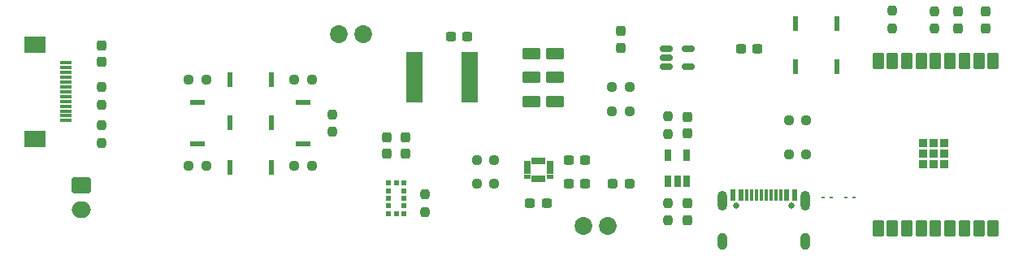
<source format=gbr>
%TF.GenerationSoftware,KiCad,Pcbnew,8.0.2*%
%TF.CreationDate,2024-11-22T23:26:06-05:00*%
%TF.ProjectId,PCB_Ruler_V1_2024,5043425f-5275-46c6-9572-5f56315f3230,rev?*%
%TF.SameCoordinates,Original*%
%TF.FileFunction,Soldermask,Top*%
%TF.FilePolarity,Negative*%
%FSLAX46Y46*%
G04 Gerber Fmt 4.6, Leading zero omitted, Abs format (unit mm)*
G04 Created by KiCad (PCBNEW 8.0.2) date 2024-11-22 23:26:06*
%MOMM*%
%LPD*%
G01*
G04 APERTURE LIST*
G04 Aperture macros list*
%AMRoundRect*
0 Rectangle with rounded corners*
0 $1 Rounding radius*
0 $2 $3 $4 $5 $6 $7 $8 $9 X,Y pos of 4 corners*
0 Add a 4 corners polygon primitive as box body*
4,1,4,$2,$3,$4,$5,$6,$7,$8,$9,$2,$3,0*
0 Add four circle primitives for the rounded corners*
1,1,$1+$1,$2,$3*
1,1,$1+$1,$4,$5*
1,1,$1+$1,$6,$7*
1,1,$1+$1,$8,$9*
0 Add four rect primitives between the rounded corners*
20,1,$1+$1,$2,$3,$4,$5,0*
20,1,$1+$1,$4,$5,$6,$7,0*
20,1,$1+$1,$6,$7,$8,$9,0*
20,1,$1+$1,$8,$9,$2,$3,0*%
G04 Aperture macros list end*
%ADD10C,0.010000*%
%ADD11RoundRect,0.070000X-0.300000X-0.525000X0.300000X-0.525000X0.300000X0.525000X-0.300000X0.525000X0*%
%ADD12RoundRect,0.237500X-0.237500X0.250000X-0.237500X-0.250000X0.237500X-0.250000X0.237500X0.250000X0*%
%ADD13RoundRect,0.237500X0.237500X-0.250000X0.237500X0.250000X-0.237500X0.250000X-0.237500X-0.250000X0*%
%ADD14C,1.854000*%
%ADD15RoundRect,0.237500X-0.250000X-0.237500X0.250000X-0.237500X0.250000X0.237500X-0.250000X0.237500X0*%
%ADD16R,0.508000X1.524000*%
%ADD17RoundRect,0.237500X0.237500X-0.300000X0.237500X0.300000X-0.237500X0.300000X-0.237500X-0.300000X0*%
%ADD18RoundRect,0.237500X-0.300000X-0.237500X0.300000X-0.237500X0.300000X0.237500X-0.300000X0.237500X0*%
%ADD19R,1.524000X0.508000*%
%ADD20RoundRect,0.237500X0.250000X0.237500X-0.250000X0.237500X-0.250000X-0.237500X0.250000X-0.237500X0*%
%ADD21RoundRect,0.062500X0.117500X0.062500X-0.117500X0.062500X-0.117500X-0.062500X0.117500X-0.062500X0*%
%ADD22RoundRect,0.062500X-0.117500X-0.062500X0.117500X-0.062500X0.117500X0.062500X-0.117500X0.062500X0*%
%ADD23RoundRect,0.102000X0.800000X0.500000X-0.800000X0.500000X-0.800000X-0.500000X0.800000X-0.500000X0*%
%ADD24RoundRect,0.237500X-0.237500X0.300000X-0.237500X-0.300000X0.237500X-0.300000X0.237500X0.300000X0*%
%ADD25R,0.508000X0.508000*%
%ADD26RoundRect,0.237500X0.300000X0.237500X-0.300000X0.237500X-0.300000X-0.237500X0.300000X-0.237500X0*%
%ADD27RoundRect,0.237500X-0.287500X-0.237500X0.287500X-0.237500X0.287500X0.237500X-0.287500X0.237500X0*%
%ADD28RoundRect,0.250000X-0.750000X0.600000X-0.750000X-0.600000X0.750000X-0.600000X0.750000X0.600000X0*%
%ADD29O,2.000000X1.700000*%
%ADD30R,1.300000X0.300000*%
%ADD31R,2.200000X1.800000*%
%ADD32RoundRect,0.076750X-0.810250X-0.230250X0.810250X-0.230250X0.810250X0.230250X-0.810250X0.230250X0*%
%ADD33RoundRect,0.102000X-0.450000X0.750000X-0.450000X-0.750000X0.450000X-0.750000X0.450000X0.750000X0*%
%ADD34RoundRect,0.102000X-0.350000X0.350000X-0.350000X-0.350000X0.350000X-0.350000X0.350000X0.350000X0*%
%ADD35RoundRect,0.150000X-0.512500X-0.150000X0.512500X-0.150000X0.512500X0.150000X-0.512500X0.150000X0*%
%ADD36C,0.650000*%
%ADD37R,0.600000X1.240000*%
%ADD38R,0.300000X1.240000*%
%ADD39O,1.000000X2.100000*%
%ADD40O,1.000000X1.800000*%
G04 APERTURE END LIST*
D10*
%TO.C,MT1*%
X194625000Y-141512500D02*
X194050000Y-141512500D01*
X194050000Y-141162500D01*
X194625000Y-141162500D01*
X194625000Y-141512500D01*
G36*
X194625000Y-141512500D02*
G01*
X194050000Y-141512500D01*
X194050000Y-141162500D01*
X194625000Y-141162500D01*
X194625000Y-141512500D01*
G37*
X194625000Y-142012500D02*
X194050000Y-142012500D01*
X194050000Y-141662500D01*
X194625000Y-141662500D01*
X194625000Y-142012500D01*
G36*
X194625000Y-142012500D02*
G01*
X194050000Y-142012500D01*
X194050000Y-141662500D01*
X194625000Y-141662500D01*
X194625000Y-142012500D01*
G37*
X194625000Y-142512500D02*
X194050000Y-142512500D01*
X194050000Y-142162500D01*
X194625000Y-142162500D01*
X194625000Y-142512500D01*
G36*
X194625000Y-142512500D02*
G01*
X194050000Y-142512500D01*
X194050000Y-142162500D01*
X194625000Y-142162500D01*
X194625000Y-142512500D01*
G37*
X194625000Y-143012500D02*
X194050000Y-143012500D01*
X194050000Y-142662500D01*
X194625000Y-142662500D01*
X194625000Y-143012500D01*
G36*
X194625000Y-143012500D02*
G01*
X194050000Y-143012500D01*
X194050000Y-142662500D01*
X194625000Y-142662500D01*
X194625000Y-143012500D01*
G37*
X195175000Y-141462500D02*
X194825000Y-141462500D01*
X194825000Y-140887500D01*
X195175000Y-140887500D01*
X195175000Y-141462500D01*
G36*
X195175000Y-141462500D02*
G01*
X194825000Y-141462500D01*
X194825000Y-140887500D01*
X195175000Y-140887500D01*
X195175000Y-141462500D01*
G37*
X195175000Y-143287500D02*
X194825000Y-143287500D01*
X194825000Y-142712500D01*
X195175000Y-142712500D01*
X195175000Y-143287500D01*
G36*
X195175000Y-143287500D02*
G01*
X194825000Y-143287500D01*
X194825000Y-142712500D01*
X195175000Y-142712500D01*
X195175000Y-143287500D01*
G37*
X195675000Y-141462500D02*
X195325000Y-141462500D01*
X195325000Y-140887500D01*
X195675000Y-140887500D01*
X195675000Y-141462500D01*
G36*
X195675000Y-141462500D02*
G01*
X195325000Y-141462500D01*
X195325000Y-140887500D01*
X195675000Y-140887500D01*
X195675000Y-141462500D01*
G37*
X195675000Y-143287500D02*
X195325000Y-143287500D01*
X195325000Y-142712500D01*
X195675000Y-142712500D01*
X195675000Y-143287500D01*
G36*
X195675000Y-143287500D02*
G01*
X195325000Y-143287500D01*
X195325000Y-142712500D01*
X195675000Y-142712500D01*
X195675000Y-143287500D01*
G37*
X196175000Y-141462500D02*
X195825000Y-141462500D01*
X195825000Y-140887500D01*
X196175000Y-140887500D01*
X196175000Y-141462500D01*
G36*
X196175000Y-141462500D02*
G01*
X195825000Y-141462500D01*
X195825000Y-140887500D01*
X196175000Y-140887500D01*
X196175000Y-141462500D01*
G37*
X196175000Y-143287500D02*
X195825000Y-143287500D01*
X195825000Y-142712500D01*
X196175000Y-142712500D01*
X196175000Y-143287500D01*
G36*
X196175000Y-143287500D02*
G01*
X195825000Y-143287500D01*
X195825000Y-142712500D01*
X196175000Y-142712500D01*
X196175000Y-143287500D01*
G37*
X196950000Y-141512500D02*
X196375000Y-141512500D01*
X196375000Y-141162500D01*
X196950000Y-141162500D01*
X196950000Y-141512500D01*
G36*
X196950000Y-141512500D02*
G01*
X196375000Y-141512500D01*
X196375000Y-141162500D01*
X196950000Y-141162500D01*
X196950000Y-141512500D01*
G37*
X196950000Y-142012500D02*
X196375000Y-142012500D01*
X196375000Y-141662500D01*
X196950000Y-141662500D01*
X196950000Y-142012500D01*
G36*
X196950000Y-142012500D02*
G01*
X196375000Y-142012500D01*
X196375000Y-141662500D01*
X196950000Y-141662500D01*
X196950000Y-142012500D01*
G37*
X196950000Y-142512500D02*
X196375000Y-142512500D01*
X196375000Y-142162500D01*
X196950000Y-142162500D01*
X196950000Y-142512500D01*
G36*
X196950000Y-142512500D02*
G01*
X196375000Y-142512500D01*
X196375000Y-142162500D01*
X196950000Y-142162500D01*
X196950000Y-142512500D01*
G37*
X196950000Y-143012500D02*
X196375000Y-143012500D01*
X196375000Y-142662500D01*
X196950000Y-142662500D01*
X196950000Y-143012500D01*
G36*
X196950000Y-143012500D02*
G01*
X196375000Y-143012500D01*
X196375000Y-142662500D01*
X196950000Y-142662500D01*
X196950000Y-143012500D01*
G37*
%TD*%
D11*
%TO.C,U2*%
X209050000Y-143350000D03*
X210000000Y-143350000D03*
X210950000Y-143350000D03*
X210950000Y-140650000D03*
X209050000Y-140650000D03*
%TD*%
D12*
%TO.C,R15*%
X150000000Y-133500000D03*
X150000000Y-135325000D03*
%TD*%
D13*
%TO.C,R2*%
X236750000Y-127412500D03*
X236750000Y-125587500D03*
%TD*%
D14*
%TO.C,J4*%
X202770000Y-148000000D03*
X200230000Y-148000000D03*
%TD*%
D15*
%TO.C,R7*%
X203175000Y-136000000D03*
X205000000Y-136000000D03*
%TD*%
D16*
%TO.C,SW6*%
X167659000Y-141890000D03*
X163341000Y-141890000D03*
%TD*%
D17*
%TO.C,C5*%
X204125000Y-129412500D03*
X204125000Y-127687500D03*
%TD*%
%TO.C,C3*%
X211000000Y-138362500D03*
X211000000Y-136637500D03*
%TD*%
D18*
%TO.C,C8*%
X198637500Y-141087500D03*
X200362500Y-141087500D03*
%TD*%
D19*
%TO.C,SW5*%
X160000000Y-139409000D03*
X160000000Y-135091000D03*
%TD*%
D15*
%TO.C,R4*%
X221587500Y-137000000D03*
X223412500Y-137000000D03*
%TD*%
D20*
%TO.C,R16*%
X171912500Y-141750000D03*
X170087500Y-141750000D03*
%TD*%
D16*
%TO.C,SW2*%
X226659000Y-126935600D03*
X222341000Y-126935600D03*
%TD*%
D14*
%TO.C,J5*%
X174730000Y-128000000D03*
X177270000Y-128000000D03*
%TD*%
D21*
%TO.C,D1*%
X227580000Y-145000000D03*
X228420000Y-145000000D03*
%TD*%
D19*
%TO.C,SW4*%
X171000000Y-135091000D03*
X171000000Y-139409000D03*
%TD*%
D16*
%TO.C,SW3*%
X163341000Y-132750000D03*
X167659000Y-132750000D03*
%TD*%
D13*
%TO.C,R6*%
X209000000Y-138412500D03*
X209000000Y-136587500D03*
%TD*%
%TO.C,R5*%
X209000000Y-147412500D03*
X209000000Y-145587500D03*
%TD*%
D15*
%TO.C,R12*%
X159087500Y-132750000D03*
X160912500Y-132750000D03*
%TD*%
D17*
%TO.C,C2*%
X242125000Y-127362500D03*
X242125000Y-125637500D03*
%TD*%
D22*
%TO.C,D2*%
X226000000Y-145000000D03*
X225160000Y-145000000D03*
%TD*%
D23*
%TO.C,S1*%
X197200000Y-135000000D03*
X197200000Y-132500000D03*
X197200000Y-130000000D03*
X194800000Y-135000000D03*
X194800000Y-132500000D03*
X194800000Y-130000000D03*
%TD*%
D18*
%TO.C,C7*%
X194637500Y-145587500D03*
X196362500Y-145587500D03*
%TD*%
D17*
%TO.C,C11*%
X181700027Y-140462499D03*
X181700027Y-138737499D03*
%TD*%
D24*
%TO.C,C4*%
X211000000Y-145637500D03*
X211000000Y-147362500D03*
%TD*%
D17*
%TO.C,C10*%
X179700027Y-140462499D03*
X179700027Y-138737499D03*
%TD*%
D15*
%TO.C,R11*%
X189087500Y-143597500D03*
X190912500Y-143597500D03*
%TD*%
D25*
%TO.C,U5*%
X181500000Y-143500000D03*
X181500000Y-144299998D03*
X181500000Y-145099999D03*
X181500000Y-145900000D03*
X181500000Y-146699998D03*
X180700027Y-146699945D03*
X179900054Y-146699998D03*
X179900054Y-145900000D03*
X179900054Y-145099999D03*
X179900054Y-144299998D03*
X179900054Y-143500000D03*
X180700027Y-143500053D03*
%TD*%
D12*
%TO.C,R17*%
X174000000Y-136337500D03*
X174000000Y-138162500D03*
%TD*%
D16*
%TO.C,SW7*%
X163341000Y-137250000D03*
X167659000Y-137250000D03*
%TD*%
D26*
%TO.C,C12*%
X188112500Y-128250000D03*
X186387500Y-128250000D03*
%TD*%
D13*
%TO.C,R1*%
X232390000Y-127392500D03*
X232390000Y-125567500D03*
%TD*%
D15*
%TO.C,R13*%
X170087500Y-132750000D03*
X171912500Y-132750000D03*
%TD*%
D17*
%TO.C,C13*%
X150000000Y-130912500D03*
X150000000Y-129187500D03*
%TD*%
%TO.C,C1*%
X239250000Y-127362500D03*
X239250000Y-125637500D03*
%TD*%
D12*
%TO.C,R9*%
X183700027Y-144687499D03*
X183700027Y-146512499D03*
%TD*%
D27*
%TO.C,D3*%
X203275000Y-143560000D03*
X205025000Y-143560000D03*
%TD*%
D20*
%TO.C,R14*%
X160912500Y-141750000D03*
X159087500Y-141750000D03*
%TD*%
D16*
%TO.C,SW1*%
X226659000Y-131390000D03*
X222341000Y-131390000D03*
%TD*%
D18*
%TO.C,C6*%
X216637500Y-129500000D03*
X218362500Y-129500000D03*
%TD*%
D28*
%TO.C,J2*%
X147850000Y-143750000D03*
D29*
X147850000Y-146250000D03*
%TD*%
D30*
%TO.C,J3*%
X146300000Y-131000000D03*
X146300000Y-131500000D03*
X146300000Y-132000000D03*
X146300000Y-132500000D03*
X146300000Y-133000000D03*
X146300000Y-133500000D03*
X146300000Y-134000000D03*
X146300000Y-134500000D03*
X146300000Y-135000000D03*
X146300000Y-135500000D03*
X146300000Y-136000000D03*
X146300000Y-136500000D03*
X146300000Y-137000000D03*
D31*
X143050000Y-129100000D03*
X143050000Y-138900000D03*
%TD*%
D15*
%TO.C,R10*%
X189087500Y-141087500D03*
X190912500Y-141087500D03*
%TD*%
D32*
%TO.C,U4*%
X182630000Y-130225000D03*
X182630000Y-130875000D03*
X182630000Y-131525000D03*
X182630000Y-132175000D03*
X182630000Y-132825000D03*
X182630000Y-133475000D03*
X182630000Y-134125000D03*
X182630000Y-134775000D03*
X188370000Y-134775000D03*
X188370000Y-134125000D03*
X188370000Y-133475000D03*
X188370000Y-132825000D03*
X188370000Y-132175000D03*
X188370000Y-131525000D03*
X188370000Y-130875000D03*
X188370000Y-130225000D03*
%TD*%
D15*
%TO.C,R8*%
X203175000Y-133500000D03*
X205000000Y-133500000D03*
%TD*%
D18*
%TO.C,C9*%
X198637500Y-143587500D03*
X200362500Y-143587500D03*
%TD*%
D33*
%TO.C,U1*%
X242900000Y-130750000D03*
X241400000Y-130750000D03*
X239900000Y-130750000D03*
X238400000Y-130750000D03*
X236900000Y-130750000D03*
X235400000Y-130750000D03*
X233900000Y-130750000D03*
X232400000Y-130750000D03*
X230900000Y-130750000D03*
X230900000Y-148250000D03*
X232400000Y-148250000D03*
X233900000Y-148250000D03*
X235400000Y-148250000D03*
X236900000Y-148250000D03*
X238400000Y-148250000D03*
X239900000Y-148250000D03*
X241400000Y-148250000D03*
X242900000Y-148250000D03*
D34*
X237800000Y-139360000D03*
X237800000Y-140460000D03*
X237800000Y-141560000D03*
X236700000Y-139360000D03*
X236700000Y-140460000D03*
X236700000Y-141560000D03*
X235600000Y-139360000D03*
X235600000Y-140460000D03*
X235600000Y-141560000D03*
%TD*%
D35*
%TO.C,U3*%
X208862500Y-129500000D03*
X208862500Y-130450000D03*
X208862500Y-131400000D03*
X211137500Y-131400000D03*
X211137500Y-129500000D03*
%TD*%
D12*
%TO.C,R18*%
X150000000Y-137500000D03*
X150000000Y-139325000D03*
%TD*%
D15*
%TO.C,R3*%
X221587500Y-140500000D03*
X223412500Y-140500000D03*
%TD*%
D36*
%TO.C,J1*%
X216110000Y-145895000D03*
X221890000Y-145895000D03*
D37*
X215800000Y-144775000D03*
X216600000Y-144775000D03*
D38*
X217750000Y-144775000D03*
X218750000Y-144775000D03*
X219250000Y-144775000D03*
X220250000Y-144775000D03*
D37*
X221400000Y-144775000D03*
X222200000Y-144775000D03*
X222200000Y-144775000D03*
X221400000Y-144775000D03*
D38*
X220750000Y-144775000D03*
X219750000Y-144775000D03*
X218250000Y-144775000D03*
X217250000Y-144775000D03*
D37*
X216600000Y-144775000D03*
X215800000Y-144775000D03*
D39*
X214680000Y-145375000D03*
D40*
X214680000Y-149575000D03*
D39*
X223320000Y-145375000D03*
D40*
X223320000Y-149575000D03*
%TD*%
M02*

</source>
